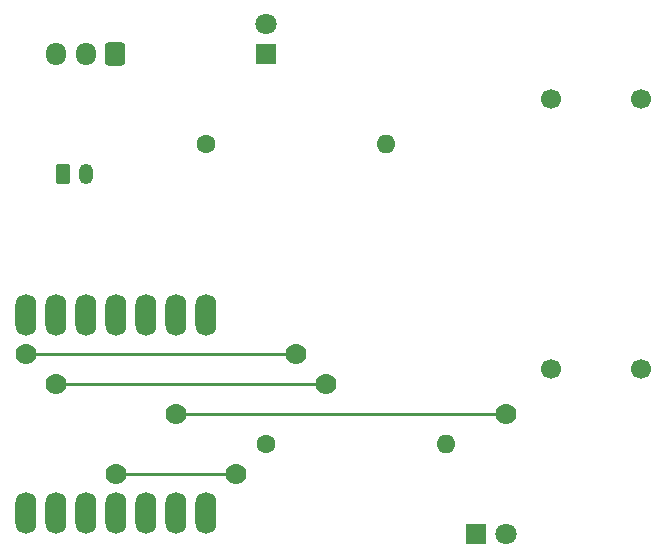
<source format=gbr>
%TF.GenerationSoftware,KiCad,Pcbnew,8.0.8*%
%TF.CreationDate,2025-02-26T19:15:05-08:00*%
%TF.ProjectId,techin514-final-project,74656368-696e-4353-9134-2d66696e616c,rev?*%
%TF.SameCoordinates,Original*%
%TF.FileFunction,Copper,L2,Bot*%
%TF.FilePolarity,Positive*%
%FSLAX46Y46*%
G04 Gerber Fmt 4.6, Leading zero omitted, Abs format (unit mm)*
G04 Created by KiCad (PCBNEW 8.0.8) date 2025-02-26 19:15:05*
%MOMM*%
%LPD*%
G01*
G04 APERTURE LIST*
G04 Aperture macros list*
%AMRoundRect*
0 Rectangle with rounded corners*
0 $1 Rounding radius*
0 $2 $3 $4 $5 $6 $7 $8 $9 X,Y pos of 4 corners*
0 Add a 4 corners polygon primitive as box body*
4,1,4,$2,$3,$4,$5,$6,$7,$8,$9,$2,$3,0*
0 Add four circle primitives for the rounded corners*
1,1,$1+$1,$2,$3*
1,1,$1+$1,$4,$5*
1,1,$1+$1,$6,$7*
1,1,$1+$1,$8,$9*
0 Add four rect primitives between the rounded corners*
20,1,$1+$1,$2,$3,$4,$5,0*
20,1,$1+$1,$4,$5,$6,$7,0*
20,1,$1+$1,$6,$7,$8,$9,0*
20,1,$1+$1,$8,$9,$2,$3,0*%
G04 Aperture macros list end*
%TA.AperFunction,ComponentPad*%
%ADD10C,1.600000*%
%TD*%
%TA.AperFunction,ComponentPad*%
%ADD11O,1.600000X1.600000*%
%TD*%
%TA.AperFunction,ComponentPad*%
%ADD12O,1.700000X1.950000*%
%TD*%
%TA.AperFunction,ComponentPad*%
%ADD13RoundRect,0.250000X0.600000X0.725000X-0.600000X0.725000X-0.600000X-0.725000X0.600000X-0.725000X0*%
%TD*%
%TA.AperFunction,ComponentPad*%
%ADD14C,1.700000*%
%TD*%
%TA.AperFunction,ComponentPad*%
%ADD15R,1.800000X1.800000*%
%TD*%
%TA.AperFunction,ComponentPad*%
%ADD16C,1.800000*%
%TD*%
%TA.AperFunction,ComponentPad*%
%ADD17RoundRect,0.250000X-0.350000X-0.625000X0.350000X-0.625000X0.350000X0.625000X-0.350000X0.625000X0*%
%TD*%
%TA.AperFunction,ComponentPad*%
%ADD18O,1.200000X1.750000*%
%TD*%
%TA.AperFunction,ComponentPad*%
%ADD19O,1.778000X3.556000*%
%TD*%
%TA.AperFunction,ViaPad*%
%ADD20C,1.778000*%
%TD*%
%TA.AperFunction,Conductor*%
%ADD21C,0.254000*%
%TD*%
G04 APERTURE END LIST*
D10*
%TO.P,R2,1*%
%TO.N,Net-(U1-PA8_A4_D4_SDA)*%
X86360000Y-99060000D03*
D11*
%TO.P,R2,2*%
%TO.N,Net-(D2-A)*%
X101600000Y-99060000D03*
%TD*%
D10*
%TO.P,R1,1*%
%TO.N,Net-(SW1-C)*%
X81280000Y-73660000D03*
D11*
%TO.P,R1,2*%
%TO.N,Net-(D1-A)*%
X96520000Y-73660000D03*
%TD*%
D12*
%TO.P,SW1,3,C*%
%TO.N,Net-(SW1-C)*%
X68580000Y-66040000D03*
%TO.P,SW1,2,B*%
%TO.N,Net-(BT1-+)*%
X71080000Y-66040000D03*
D13*
%TO.P,SW1,1,A*%
%TO.N,unconnected-(SW1-A-Pad1)*%
X73580000Y-66040000D03*
%TD*%
D14*
%TO.P,M1,1*%
%TO.N,Net-(U1-PA02_A0_D0)*%
X110490000Y-69850000D03*
%TO.P,M1,2,-*%
%TO.N,Net-(M1--)*%
X118110000Y-69850000D03*
%TO.P,M1,3*%
%TO.N,Net-(U1-PA10_A2_D2)*%
X110490000Y-92710000D03*
%TO.P,M1,4*%
%TO.N,Net-(U1-PA11_A3_D3)*%
X118110000Y-92710000D03*
%TD*%
D15*
%TO.P,D2,1,K*%
%TO.N,GND*%
X104140000Y-106680000D03*
D16*
%TO.P,D2,2,A*%
%TO.N,Net-(D2-A)*%
X106680000Y-106680000D03*
%TD*%
%TO.P,D1,2,A*%
%TO.N,Net-(D1-A)*%
X86360000Y-63500000D03*
D15*
%TO.P,D1,1,K*%
%TO.N,GND*%
X86360000Y-66040000D03*
%TD*%
D17*
%TO.P,BT1,1,+*%
%TO.N,Net-(BT1-+)*%
X69120000Y-76200000D03*
D18*
%TO.P,BT1,2,-*%
%TO.N,GND*%
X71120000Y-76200000D03*
%TD*%
D19*
%TO.P,U1,1,PA02_A0_D0*%
%TO.N,Net-(U1-PA02_A0_D0)*%
X66040000Y-104902000D03*
%TO.P,U1,2,PA4_A1_D1*%
%TO.N,Net-(M1--)*%
X68580000Y-104902000D03*
%TO.P,U1,3,PA10_A2_D2*%
%TO.N,Net-(U1-PA10_A2_D2)*%
X71120000Y-104902000D03*
%TO.P,U1,4,PA11_A3_D3*%
%TO.N,Net-(U1-PA11_A3_D3)*%
X73660000Y-104902000D03*
%TO.P,U1,5,PA8_A4_D4_SDA*%
%TO.N,Net-(U1-PA8_A4_D4_SDA)*%
X76200000Y-104902000D03*
%TO.P,U1,6,PA9_A5_D5_SCL*%
%TO.N,unconnected-(U1-PA9_A5_D5_SCL-Pad6)*%
X78740000Y-104902000D03*
%TO.P,U1,7,PB08_A6_D6_TX*%
%TO.N,unconnected-(U1-PB08_A6_D6_TX-Pad7)*%
X81280000Y-104902000D03*
%TO.P,U1,8,PB09_A7_D7_RX*%
%TO.N,unconnected-(U1-PB09_A7_D7_RX-Pad8)*%
X66040000Y-88138000D03*
%TO.P,U1,9,PA7_A8_D8_SCK*%
%TO.N,unconnected-(U1-PA7_A8_D8_SCK-Pad9)*%
X68580000Y-88138000D03*
%TO.P,U1,10,PA5_A9_D9_MISO*%
%TO.N,unconnected-(U1-PA5_A9_D9_MISO-Pad10)*%
X71120000Y-88138000D03*
%TO.P,U1,11,PA6_A10_D10_MOSI*%
%TO.N,unconnected-(U1-PA6_A10_D10_MOSI-Pad11)*%
X73660000Y-88138000D03*
%TO.P,U1,12,3V3*%
%TO.N,Net-(SW1-C)*%
X76200000Y-88138000D03*
%TO.P,U1,13,GND*%
%TO.N,GND*%
X78740000Y-88138000D03*
%TO.P,U1,14,5V*%
%TO.N,unconnected-(U1-5V-Pad14)*%
X81280000Y-88138000D03*
%TD*%
D20*
%TO.N,Net-(U1-PA10_A2_D2)*%
X106680000Y-96520000D03*
%TO.N,Net-(U1-PA11_A3_D3)*%
X73660000Y-101600000D03*
X83820000Y-101600000D03*
%TO.N,Net-(U1-PA10_A2_D2)*%
X78740000Y-96520000D03*
%TO.N,Net-(M1--)*%
X68580000Y-93980000D03*
%TO.N,Net-(U1-PA02_A0_D0)*%
X66040000Y-91440000D03*
%TO.N,Net-(M1--)*%
X91440000Y-93980000D03*
%TO.N,Net-(U1-PA02_A0_D0)*%
X88900000Y-91440000D03*
%TD*%
D21*
%TO.N,Net-(U1-PA11_A3_D3)*%
X83820000Y-101600000D02*
X73660000Y-101600000D01*
%TO.N,Net-(U1-PA10_A2_D2)*%
X106680000Y-96520000D02*
X78740000Y-96520000D01*
%TO.N,Net-(M1--)*%
X68580000Y-93980000D02*
X91440000Y-93980000D01*
%TO.N,Net-(U1-PA02_A0_D0)*%
X66040000Y-91440000D02*
X88900000Y-91440000D01*
%TD*%
M02*

</source>
